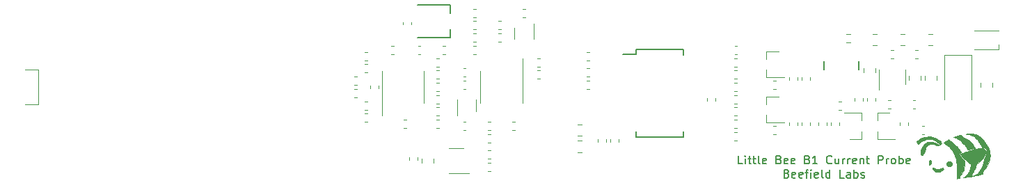
<source format=gto>
G04 #@! TF.GenerationSoftware,KiCad,Pcbnew,5.1.8-db9833491~87~ubuntu20.04.1*
G04 #@! TF.CreationDate,2020-12-10T20:16:12-08:00*
G04 #@! TF.ProjectId,current-sense,63757272-656e-4742-9d73-656e73652e6b,rev?*
G04 #@! TF.SameCoordinates,Original*
G04 #@! TF.FileFunction,Legend,Top*
G04 #@! TF.FilePolarity,Positive*
%FSLAX46Y46*%
G04 Gerber Fmt 4.6, Leading zero omitted, Abs format (unit mm)*
G04 Created by KiCad (PCBNEW 5.1.8-db9833491~87~ubuntu20.04.1) date 2020-12-10 20:16:12*
%MOMM*%
%LPD*%
G01*
G04 APERTURE LIST*
%ADD10C,0.200000*%
%ADD11C,0.120000*%
%ADD12C,0.150000*%
%ADD13C,0.010000*%
%ADD14C,0.100000*%
G04 APERTURE END LIST*
D10*
X57571428Y28147619D02*
X57095238Y28147619D01*
X57095238Y29147619D01*
X57904761Y28147619D02*
X57904761Y28814285D01*
X57904761Y29147619D02*
X57857142Y29100000D01*
X57904761Y29052380D01*
X57952380Y29100000D01*
X57904761Y29147619D01*
X57904761Y29052380D01*
X58238095Y28814285D02*
X58619047Y28814285D01*
X58380952Y29147619D02*
X58380952Y28290476D01*
X58428571Y28195238D01*
X58523809Y28147619D01*
X58619047Y28147619D01*
X58809523Y28814285D02*
X59190476Y28814285D01*
X58952380Y29147619D02*
X58952380Y28290476D01*
X58999999Y28195238D01*
X59095238Y28147619D01*
X59190476Y28147619D01*
X59666666Y28147619D02*
X59571428Y28195238D01*
X59523809Y28290476D01*
X59523809Y29147619D01*
X60428571Y28195238D02*
X60333333Y28147619D01*
X60142857Y28147619D01*
X60047619Y28195238D01*
X59999999Y28290476D01*
X59999999Y28671428D01*
X60047619Y28766666D01*
X60142857Y28814285D01*
X60333333Y28814285D01*
X60428571Y28766666D01*
X60476190Y28671428D01*
X60476190Y28576190D01*
X59999999Y28480952D01*
X61999999Y28671428D02*
X62142857Y28623809D01*
X62190476Y28576190D01*
X62238095Y28480952D01*
X62238095Y28338095D01*
X62190476Y28242857D01*
X62142857Y28195238D01*
X62047619Y28147619D01*
X61666666Y28147619D01*
X61666666Y29147619D01*
X61999999Y29147619D01*
X62095238Y29100000D01*
X62142857Y29052380D01*
X62190476Y28957142D01*
X62190476Y28861904D01*
X62142857Y28766666D01*
X62095238Y28719047D01*
X61999999Y28671428D01*
X61666666Y28671428D01*
X63047619Y28195238D02*
X62952380Y28147619D01*
X62761904Y28147619D01*
X62666666Y28195238D01*
X62619047Y28290476D01*
X62619047Y28671428D01*
X62666666Y28766666D01*
X62761904Y28814285D01*
X62952380Y28814285D01*
X63047619Y28766666D01*
X63095238Y28671428D01*
X63095238Y28576190D01*
X62619047Y28480952D01*
X63904761Y28195238D02*
X63809523Y28147619D01*
X63619047Y28147619D01*
X63523809Y28195238D01*
X63476190Y28290476D01*
X63476190Y28671428D01*
X63523809Y28766666D01*
X63619047Y28814285D01*
X63809523Y28814285D01*
X63904761Y28766666D01*
X63952380Y28671428D01*
X63952380Y28576190D01*
X63476190Y28480952D01*
X65476190Y28671428D02*
X65619047Y28623809D01*
X65666666Y28576190D01*
X65714285Y28480952D01*
X65714285Y28338095D01*
X65666666Y28242857D01*
X65619047Y28195238D01*
X65523809Y28147619D01*
X65142857Y28147619D01*
X65142857Y29147619D01*
X65476190Y29147619D01*
X65571428Y29100000D01*
X65619047Y29052380D01*
X65666666Y28957142D01*
X65666666Y28861904D01*
X65619047Y28766666D01*
X65571428Y28719047D01*
X65476190Y28671428D01*
X65142857Y28671428D01*
X66666666Y28147619D02*
X66095238Y28147619D01*
X66380952Y28147619D02*
X66380952Y29147619D01*
X66285714Y29004761D01*
X66190476Y28909523D01*
X66095238Y28861904D01*
X68428571Y28242857D02*
X68380952Y28195238D01*
X68238095Y28147619D01*
X68142857Y28147619D01*
X67999999Y28195238D01*
X67904761Y28290476D01*
X67857142Y28385714D01*
X67809523Y28576190D01*
X67809523Y28719047D01*
X67857142Y28909523D01*
X67904761Y29004761D01*
X67999999Y29100000D01*
X68142857Y29147619D01*
X68238095Y29147619D01*
X68380952Y29100000D01*
X68428571Y29052380D01*
X69285714Y28814285D02*
X69285714Y28147619D01*
X68857142Y28814285D02*
X68857142Y28290476D01*
X68904761Y28195238D01*
X68999999Y28147619D01*
X69142857Y28147619D01*
X69238095Y28195238D01*
X69285714Y28242857D01*
X69761904Y28147619D02*
X69761904Y28814285D01*
X69761904Y28623809D02*
X69809523Y28719047D01*
X69857142Y28766666D01*
X69952380Y28814285D01*
X70047619Y28814285D01*
X70380952Y28147619D02*
X70380952Y28814285D01*
X70380952Y28623809D02*
X70428571Y28719047D01*
X70476190Y28766666D01*
X70571428Y28814285D01*
X70666666Y28814285D01*
X71380952Y28195238D02*
X71285714Y28147619D01*
X71095238Y28147619D01*
X71000000Y28195238D01*
X70952380Y28290476D01*
X70952380Y28671428D01*
X71000000Y28766666D01*
X71095238Y28814285D01*
X71285714Y28814285D01*
X71380952Y28766666D01*
X71428571Y28671428D01*
X71428571Y28576190D01*
X70952380Y28480952D01*
X71857142Y28814285D02*
X71857142Y28147619D01*
X71857142Y28719047D02*
X71904761Y28766666D01*
X71999999Y28814285D01*
X72142857Y28814285D01*
X72238095Y28766666D01*
X72285714Y28671428D01*
X72285714Y28147619D01*
X72619047Y28814285D02*
X72999999Y28814285D01*
X72761904Y29147619D02*
X72761904Y28290476D01*
X72809523Y28195238D01*
X72904761Y28147619D01*
X72999999Y28147619D01*
X74095238Y28147619D02*
X74095238Y29147619D01*
X74476190Y29147619D01*
X74571428Y29100000D01*
X74619047Y29052380D01*
X74666666Y28957142D01*
X74666666Y28814285D01*
X74619047Y28719047D01*
X74571428Y28671428D01*
X74476190Y28623809D01*
X74095238Y28623809D01*
X75095238Y28147619D02*
X75095238Y28814285D01*
X75095238Y28623809D02*
X75142857Y28719047D01*
X75190476Y28766666D01*
X75285714Y28814285D01*
X75380952Y28814285D01*
X75857142Y28147619D02*
X75761904Y28195238D01*
X75714285Y28242857D01*
X75666666Y28338095D01*
X75666666Y28623809D01*
X75714285Y28719047D01*
X75761904Y28766666D01*
X75857142Y28814285D01*
X75999999Y28814285D01*
X76095238Y28766666D01*
X76142857Y28719047D01*
X76190476Y28623809D01*
X76190476Y28338095D01*
X76142857Y28242857D01*
X76095238Y28195238D01*
X75999999Y28147619D01*
X75857142Y28147619D01*
X76619047Y28147619D02*
X76619047Y29147619D01*
X76619047Y28766666D02*
X76714285Y28814285D01*
X76904761Y28814285D01*
X76999999Y28766666D01*
X77047619Y28719047D01*
X77095238Y28623809D01*
X77095238Y28338095D01*
X77047619Y28242857D01*
X76999999Y28195238D01*
X76904761Y28147619D01*
X76714285Y28147619D01*
X76619047Y28195238D01*
X77904761Y28195238D02*
X77809523Y28147619D01*
X77619047Y28147619D01*
X77523809Y28195238D01*
X77476190Y28290476D01*
X77476190Y28671428D01*
X77523809Y28766666D01*
X77619047Y28814285D01*
X77809523Y28814285D01*
X77904761Y28766666D01*
X77952380Y28671428D01*
X77952380Y28576190D01*
X77476190Y28480952D01*
X62952380Y26971428D02*
X63095238Y26923809D01*
X63142857Y26876190D01*
X63190476Y26780952D01*
X63190476Y26638095D01*
X63142857Y26542857D01*
X63095238Y26495238D01*
X63000000Y26447619D01*
X62619047Y26447619D01*
X62619047Y27447619D01*
X62952380Y27447619D01*
X63047619Y27400000D01*
X63095238Y27352380D01*
X63142857Y27257142D01*
X63142857Y27161904D01*
X63095238Y27066666D01*
X63047619Y27019047D01*
X62952380Y26971428D01*
X62619047Y26971428D01*
X64000000Y26495238D02*
X63904761Y26447619D01*
X63714285Y26447619D01*
X63619047Y26495238D01*
X63571428Y26590476D01*
X63571428Y26971428D01*
X63619047Y27066666D01*
X63714285Y27114285D01*
X63904761Y27114285D01*
X64000000Y27066666D01*
X64047619Y26971428D01*
X64047619Y26876190D01*
X63571428Y26780952D01*
X64857142Y26495238D02*
X64761904Y26447619D01*
X64571428Y26447619D01*
X64476190Y26495238D01*
X64428571Y26590476D01*
X64428571Y26971428D01*
X64476190Y27066666D01*
X64571428Y27114285D01*
X64761904Y27114285D01*
X64857142Y27066666D01*
X64904761Y26971428D01*
X64904761Y26876190D01*
X64428571Y26780952D01*
X65190476Y27114285D02*
X65571428Y27114285D01*
X65333333Y26447619D02*
X65333333Y27304761D01*
X65380952Y27400000D01*
X65476190Y27447619D01*
X65571428Y27447619D01*
X65904761Y26447619D02*
X65904761Y27114285D01*
X65904761Y27447619D02*
X65857142Y27400000D01*
X65904761Y27352380D01*
X65952380Y27400000D01*
X65904761Y27447619D01*
X65904761Y27352380D01*
X66761904Y26495238D02*
X66666666Y26447619D01*
X66476190Y26447619D01*
X66380952Y26495238D01*
X66333333Y26590476D01*
X66333333Y26971428D01*
X66380952Y27066666D01*
X66476190Y27114285D01*
X66666666Y27114285D01*
X66761904Y27066666D01*
X66809523Y26971428D01*
X66809523Y26876190D01*
X66333333Y26780952D01*
X67380952Y26447619D02*
X67285714Y26495238D01*
X67238095Y26590476D01*
X67238095Y27447619D01*
X68190476Y26447619D02*
X68190476Y27447619D01*
X68190476Y26495238D02*
X68095238Y26447619D01*
X67904761Y26447619D01*
X67809523Y26495238D01*
X67761904Y26542857D01*
X67714285Y26638095D01*
X67714285Y26923809D01*
X67761904Y27019047D01*
X67809523Y27066666D01*
X67904761Y27114285D01*
X68095238Y27114285D01*
X68190476Y27066666D01*
X69904761Y26447619D02*
X69428571Y26447619D01*
X69428571Y27447619D01*
X70666666Y26447619D02*
X70666666Y26971428D01*
X70619047Y27066666D01*
X70523809Y27114285D01*
X70333333Y27114285D01*
X70238095Y27066666D01*
X70666666Y26495238D02*
X70571428Y26447619D01*
X70333333Y26447619D01*
X70238095Y26495238D01*
X70190476Y26590476D01*
X70190476Y26685714D01*
X70238095Y26780952D01*
X70333333Y26828571D01*
X70571428Y26828571D01*
X70666666Y26876190D01*
X71142857Y26447619D02*
X71142857Y27447619D01*
X71142857Y27066666D02*
X71238095Y27114285D01*
X71428571Y27114285D01*
X71523809Y27066666D01*
X71571428Y27019047D01*
X71619047Y26923809D01*
X71619047Y26638095D01*
X71571428Y26542857D01*
X71523809Y26495238D01*
X71428571Y26447619D01*
X71238095Y26447619D01*
X71142857Y26495238D01*
X72000000Y26495238D02*
X72095238Y26447619D01*
X72285714Y26447619D01*
X72380952Y26495238D01*
X72428571Y26590476D01*
X72428571Y26638095D01*
X72380952Y26733333D01*
X72285714Y26780952D01*
X72142857Y26780952D01*
X72047619Y26828571D01*
X72000000Y26923809D01*
X72000000Y26971428D01*
X72047619Y27066666D01*
X72142857Y27114285D01*
X72285714Y27114285D01*
X72380952Y27066666D01*
D11*
X56890580Y42510000D02*
X56609420Y42510000D01*
X56890580Y41490000D02*
X56609420Y41490000D01*
X70687258Y42927500D02*
X70212742Y42927500D01*
X70687258Y43972500D02*
X70212742Y43972500D01*
X85400000Y41400000D02*
X85400000Y36000000D01*
X82100000Y41400000D02*
X82100000Y36000000D01*
X85400000Y41400000D02*
X82100000Y41400000D01*
D12*
X22000000Y44500000D02*
X22000000Y43500000D01*
X22000000Y43500000D02*
X18000000Y43500000D01*
X22000000Y46500000D02*
X22000000Y47500000D01*
X22000000Y47500000D02*
X18000000Y47500000D01*
D11*
X75287221Y34890000D02*
X75612779Y34890000D01*
X75287221Y35910000D02*
X75612779Y35910000D01*
X16240000Y45087221D02*
X16240000Y45412779D01*
X17260000Y45087221D02*
X17260000Y45412779D01*
X78612779Y35910000D02*
X78287221Y35910000D01*
X78612779Y34890000D02*
X78287221Y34890000D01*
X69287221Y34740000D02*
X69612779Y34740000D01*
X69287221Y35760000D02*
X69612779Y35760000D01*
X73391422Y42540000D02*
X73908578Y42540000D01*
X73391422Y43960000D02*
X73908578Y43960000D01*
X72290000Y39758578D02*
X72290000Y39241422D01*
X73710000Y39758578D02*
X73710000Y39241422D01*
X39990000Y31162779D02*
X39990000Y30837221D01*
X41010000Y31162779D02*
X41010000Y30837221D01*
X41490000Y31162779D02*
X41490000Y30837221D01*
X42510000Y31162779D02*
X42510000Y30837221D01*
D12*
X71700000Y40600000D02*
X71700000Y39600000D01*
X67500000Y40600000D02*
X67500000Y39600000D01*
D11*
X60490000Y36330000D02*
X60490000Y35400000D01*
X60490000Y33170000D02*
X60490000Y34100000D01*
X60490000Y33170000D02*
X62650000Y33170000D01*
X60490000Y36330000D02*
X61950000Y36330000D01*
X60490000Y41830000D02*
X60490000Y40900000D01*
X60490000Y38670000D02*
X60490000Y39600000D01*
X60490000Y38670000D02*
X62650000Y38670000D01*
X60490000Y41830000D02*
X61950000Y41830000D01*
X11912779Y34260000D02*
X11587221Y34260000D01*
X11912779Y33240000D02*
X11587221Y33240000D01*
X11587221Y40740000D02*
X11912779Y40740000D01*
X11587221Y41760000D02*
X11912779Y41760000D01*
X63240000Y32837221D02*
X63240000Y33162779D01*
X64260000Y32837221D02*
X64260000Y33162779D01*
X61337221Y32760000D02*
X61662779Y32760000D01*
X61337221Y31740000D02*
X61662779Y31740000D01*
X64260000Y38662779D02*
X64260000Y38337221D01*
X63240000Y38662779D02*
X63240000Y38337221D01*
X61337221Y38260000D02*
X61662779Y38260000D01*
X61337221Y37240000D02*
X61662779Y37240000D01*
X79387221Y32760000D02*
X79712779Y32760000D01*
X79387221Y31740000D02*
X79712779Y31740000D01*
X66840000Y32837221D02*
X66840000Y33162779D01*
X67860000Y32837221D02*
X67860000Y33162779D01*
X38912779Y37240000D02*
X38587221Y37240000D01*
X38912779Y38260000D02*
X38587221Y38260000D01*
X73990000Y34330000D02*
X75450000Y34330000D01*
X73990000Y31170000D02*
X76150000Y31170000D01*
X73990000Y31170000D02*
X73990000Y32100000D01*
X73990000Y34330000D02*
X73990000Y33400000D01*
X72060000Y31170000D02*
X70600000Y31170000D01*
X72060000Y34330000D02*
X69900000Y34330000D01*
X72060000Y34330000D02*
X72060000Y33400000D01*
X72060000Y31170000D02*
X72060000Y32100000D01*
X11587221Y34740000D02*
X11912779Y34740000D01*
X11587221Y35760000D02*
X11912779Y35760000D01*
X11587221Y39240000D02*
X11912779Y39240000D01*
X11587221Y40260000D02*
X11912779Y40260000D01*
X64740000Y32837221D02*
X64740000Y33162779D01*
X65760000Y32837221D02*
X65760000Y33162779D01*
X65760000Y38662779D02*
X65760000Y38337221D01*
X64740000Y38662779D02*
X64740000Y38337221D01*
X76740000Y33162779D02*
X76740000Y32837221D01*
X77760000Y33162779D02*
X77760000Y32837221D01*
X69360000Y32837221D02*
X69360000Y33162779D01*
X68340000Y32837221D02*
X68340000Y33162779D01*
X73710000Y35837221D02*
X73710000Y36162779D01*
X72690000Y35837221D02*
X72690000Y36162779D01*
X72210000Y35837221D02*
X72210000Y36162779D01*
X71190000Y35837221D02*
X71190000Y36162779D01*
X20337221Y35490000D02*
X20662779Y35490000D01*
X20337221Y36510000D02*
X20662779Y36510000D01*
D13*
G36*
X82705285Y31072135D02*
G01*
X82739613Y31031715D01*
X82805944Y30972817D01*
X82893572Y30904474D01*
X82960374Y30856864D01*
X83262729Y30632589D01*
X83520914Y30405261D01*
X83703443Y30211408D01*
X83768451Y30131594D01*
X83843097Y30034492D01*
X83921867Y29927973D01*
X83999243Y29819908D01*
X84069711Y29718168D01*
X84127754Y29630625D01*
X84167857Y29565148D01*
X84184503Y29529609D01*
X84183910Y29525794D01*
X84156741Y29512098D01*
X84096665Y29484405D01*
X84026239Y29452946D01*
X83879378Y29388157D01*
X84006265Y29200429D01*
X84076462Y29102708D01*
X84167907Y28984023D01*
X84267587Y28860921D01*
X84343625Y28771400D01*
X84554100Y28530100D01*
X84551840Y28161800D01*
X84541633Y27901189D01*
X84511742Y27671610D01*
X84458106Y27460175D01*
X84376661Y27253993D01*
X84263343Y27040176D01*
X84133470Y26834625D01*
X84063392Y26727251D01*
X84018637Y26650144D01*
X83994449Y26592632D01*
X83986075Y26544041D01*
X83987353Y26506608D01*
X83991064Y26459981D01*
X83985611Y26429102D01*
X83962181Y26409030D01*
X83911960Y26394822D01*
X83826134Y26381538D01*
X83745134Y26370801D01*
X83621969Y26354533D01*
X83636742Y26591417D01*
X83656436Y26962164D01*
X83666158Y27290759D01*
X83665655Y27584910D01*
X83654679Y27852324D01*
X83632979Y28100712D01*
X83600303Y28337780D01*
X83575425Y28477272D01*
X83526707Y28689600D01*
X83461623Y28915016D01*
X83386149Y29135353D01*
X83306264Y29332445D01*
X83266118Y29417427D01*
X83116857Y29674546D01*
X82929706Y29933660D01*
X82715458Y30182250D01*
X82484907Y30407796D01*
X82248844Y30597782D01*
X82247933Y30598432D01*
X82054651Y30736363D01*
X82156805Y30811488D01*
X82225984Y30859307D01*
X82322006Y30921775D01*
X82427857Y30987911D01*
X82465640Y31010832D01*
X82672320Y31135050D01*
X82705285Y31072135D01*
G37*
X82705285Y31072135D02*
X82739613Y31031715D01*
X82805944Y30972817D01*
X82893572Y30904474D01*
X82960374Y30856864D01*
X83262729Y30632589D01*
X83520914Y30405261D01*
X83703443Y30211408D01*
X83768451Y30131594D01*
X83843097Y30034492D01*
X83921867Y29927973D01*
X83999243Y29819908D01*
X84069711Y29718168D01*
X84127754Y29630625D01*
X84167857Y29565148D01*
X84184503Y29529609D01*
X84183910Y29525794D01*
X84156741Y29512098D01*
X84096665Y29484405D01*
X84026239Y29452946D01*
X83879378Y29388157D01*
X84006265Y29200429D01*
X84076462Y29102708D01*
X84167907Y28984023D01*
X84267587Y28860921D01*
X84343625Y28771400D01*
X84554100Y28530100D01*
X84551840Y28161800D01*
X84541633Y27901189D01*
X84511742Y27671610D01*
X84458106Y27460175D01*
X84376661Y27253993D01*
X84263343Y27040176D01*
X84133470Y26834625D01*
X84063392Y26727251D01*
X84018637Y26650144D01*
X83994449Y26592632D01*
X83986075Y26544041D01*
X83987353Y26506608D01*
X83991064Y26459981D01*
X83985611Y26429102D01*
X83962181Y26409030D01*
X83911960Y26394822D01*
X83826134Y26381538D01*
X83745134Y26370801D01*
X83621969Y26354533D01*
X83636742Y26591417D01*
X83656436Y26962164D01*
X83666158Y27290759D01*
X83665655Y27584910D01*
X83654679Y27852324D01*
X83632979Y28100712D01*
X83600303Y28337780D01*
X83575425Y28477272D01*
X83526707Y28689600D01*
X83461623Y28915016D01*
X83386149Y29135353D01*
X83306264Y29332445D01*
X83266118Y29417427D01*
X83116857Y29674546D01*
X82929706Y29933660D01*
X82715458Y30182250D01*
X82484907Y30407796D01*
X82248844Y30597782D01*
X82247933Y30598432D01*
X82054651Y30736363D01*
X82156805Y30811488D01*
X82225984Y30859307D01*
X82322006Y30921775D01*
X82427857Y30987911D01*
X82465640Y31010832D01*
X82672320Y31135050D01*
X82705285Y31072135D01*
G36*
X85415504Y31812853D02*
G01*
X85612355Y31799246D01*
X85792943Y31777753D01*
X85941575Y31749175D01*
X85963364Y31743440D01*
X86054583Y31716052D01*
X86118954Y31692635D01*
X86147526Y31676667D01*
X86145636Y31672579D01*
X86150911Y31657366D01*
X86193814Y31626446D01*
X86265919Y31585551D01*
X86296514Y31569934D01*
X86501214Y31443518D01*
X86702094Y31272967D01*
X86895116Y31064944D01*
X87076244Y30826114D01*
X87241440Y30563141D01*
X87386669Y30282688D01*
X87507893Y29991421D01*
X87601076Y29696002D01*
X87662181Y29403096D01*
X87676330Y29292100D01*
X87678129Y29134579D01*
X87656329Y28942648D01*
X87612609Y28725960D01*
X87548651Y28494169D01*
X87524252Y28418588D01*
X87433314Y28174531D01*
X87331874Y27962202D01*
X87209942Y27762528D01*
X87103710Y27615700D01*
X86983444Y27454448D01*
X86885283Y27314526D01*
X86812006Y27200259D01*
X86766390Y27115972D01*
X86751200Y27066925D01*
X86771346Y27017520D01*
X86795650Y26996449D01*
X86820270Y26977225D01*
X86806065Y26960408D01*
X86764596Y26942866D01*
X86620214Y26894604D01*
X86430373Y26841751D01*
X86200100Y26785363D01*
X85934422Y26726493D01*
X85638366Y26666195D01*
X85316958Y26605523D01*
X84975226Y26545531D01*
X84618196Y26487273D01*
X84516000Y26471389D01*
X84427100Y26457723D01*
X84516000Y26528141D01*
X84769609Y26758146D01*
X84979382Y27011010D01*
X85144143Y27284821D01*
X85262717Y27577663D01*
X85328218Y27851349D01*
X85359025Y28036197D01*
X85451862Y28016449D01*
X85520895Y28007392D01*
X85621857Y28000862D01*
X85735895Y27997967D01*
X85766950Y27997955D01*
X85866085Y27998131D01*
X85942436Y27997537D01*
X85984509Y27996296D01*
X85989200Y27995581D01*
X85978271Y27949775D01*
X85947641Y27866129D01*
X85900546Y27752127D01*
X85840223Y27615257D01*
X85769906Y27463005D01*
X85692832Y27302856D01*
X85668473Y27253581D01*
X85588897Y27091414D01*
X85531157Y26967856D01*
X85492845Y26876876D01*
X85471555Y26812441D01*
X85464879Y26768518D01*
X85467053Y26748821D01*
X85480818Y26709569D01*
X85505964Y26691892D01*
X85557378Y26690079D01*
X85608854Y26694403D01*
X85780663Y26734424D01*
X85959395Y26820298D01*
X86139202Y26948712D01*
X86268600Y27068247D01*
X86475199Y27314797D01*
X86646002Y27596752D01*
X86780521Y27912995D01*
X86878270Y28262412D01*
X86933152Y28593600D01*
X86951456Y28723447D01*
X86973849Y28820297D01*
X87005576Y28901938D01*
X87046094Y28976522D01*
X87099498Y29071265D01*
X87161219Y29188355D01*
X87218665Y29303843D01*
X87223271Y29313498D01*
X87270088Y29417042D01*
X87296722Y29493982D01*
X87307432Y29562248D01*
X87306475Y29639767D01*
X87305217Y29658529D01*
X87271727Y29817370D01*
X87197068Y29946967D01*
X87082403Y30046163D01*
X86928891Y30113803D01*
X86824053Y30137861D01*
X86775675Y30147199D01*
X86739455Y30161641D01*
X86708150Y30189491D01*
X86674519Y30239054D01*
X86631318Y30318632D01*
X86582034Y30415344D01*
X86394396Y30746280D01*
X86190625Y31029478D01*
X85970160Y31265553D01*
X85732441Y31455123D01*
X85527100Y31574885D01*
X85307256Y31668843D01*
X85087200Y31734766D01*
X84882094Y31768361D01*
X84833500Y31771257D01*
X84783999Y31773949D01*
X84775195Y31778413D01*
X84810387Y31786410D01*
X84884300Y31798378D01*
X85035783Y31813218D01*
X85218082Y31817777D01*
X85415504Y31812853D01*
G37*
X85415504Y31812853D02*
X85612355Y31799246D01*
X85792943Y31777753D01*
X85941575Y31749175D01*
X85963364Y31743440D01*
X86054583Y31716052D01*
X86118954Y31692635D01*
X86147526Y31676667D01*
X86145636Y31672579D01*
X86150911Y31657366D01*
X86193814Y31626446D01*
X86265919Y31585551D01*
X86296514Y31569934D01*
X86501214Y31443518D01*
X86702094Y31272967D01*
X86895116Y31064944D01*
X87076244Y30826114D01*
X87241440Y30563141D01*
X87386669Y30282688D01*
X87507893Y29991421D01*
X87601076Y29696002D01*
X87662181Y29403096D01*
X87676330Y29292100D01*
X87678129Y29134579D01*
X87656329Y28942648D01*
X87612609Y28725960D01*
X87548651Y28494169D01*
X87524252Y28418588D01*
X87433314Y28174531D01*
X87331874Y27962202D01*
X87209942Y27762528D01*
X87103710Y27615700D01*
X86983444Y27454448D01*
X86885283Y27314526D01*
X86812006Y27200259D01*
X86766390Y27115972D01*
X86751200Y27066925D01*
X86771346Y27017520D01*
X86795650Y26996449D01*
X86820270Y26977225D01*
X86806065Y26960408D01*
X86764596Y26942866D01*
X86620214Y26894604D01*
X86430373Y26841751D01*
X86200100Y26785363D01*
X85934422Y26726493D01*
X85638366Y26666195D01*
X85316958Y26605523D01*
X84975226Y26545531D01*
X84618196Y26487273D01*
X84516000Y26471389D01*
X84427100Y26457723D01*
X84516000Y26528141D01*
X84769609Y26758146D01*
X84979382Y27011010D01*
X85144143Y27284821D01*
X85262717Y27577663D01*
X85328218Y27851349D01*
X85359025Y28036197D01*
X85451862Y28016449D01*
X85520895Y28007392D01*
X85621857Y28000862D01*
X85735895Y27997967D01*
X85766950Y27997955D01*
X85866085Y27998131D01*
X85942436Y27997537D01*
X85984509Y27996296D01*
X85989200Y27995581D01*
X85978271Y27949775D01*
X85947641Y27866129D01*
X85900546Y27752127D01*
X85840223Y27615257D01*
X85769906Y27463005D01*
X85692832Y27302856D01*
X85668473Y27253581D01*
X85588897Y27091414D01*
X85531157Y26967856D01*
X85492845Y26876876D01*
X85471555Y26812441D01*
X85464879Y26768518D01*
X85467053Y26748821D01*
X85480818Y26709569D01*
X85505964Y26691892D01*
X85557378Y26690079D01*
X85608854Y26694403D01*
X85780663Y26734424D01*
X85959395Y26820298D01*
X86139202Y26948712D01*
X86268600Y27068247D01*
X86475199Y27314797D01*
X86646002Y27596752D01*
X86780521Y27912995D01*
X86878270Y28262412D01*
X86933152Y28593600D01*
X86951456Y28723447D01*
X86973849Y28820297D01*
X87005576Y28901938D01*
X87046094Y28976522D01*
X87099498Y29071265D01*
X87161219Y29188355D01*
X87218665Y29303843D01*
X87223271Y29313498D01*
X87270088Y29417042D01*
X87296722Y29493982D01*
X87307432Y29562248D01*
X87306475Y29639767D01*
X87305217Y29658529D01*
X87271727Y29817370D01*
X87197068Y29946967D01*
X87082403Y30046163D01*
X86928891Y30113803D01*
X86824053Y30137861D01*
X86775675Y30147199D01*
X86739455Y30161641D01*
X86708150Y30189491D01*
X86674519Y30239054D01*
X86631318Y30318632D01*
X86582034Y30415344D01*
X86394396Y30746280D01*
X86190625Y31029478D01*
X85970160Y31265553D01*
X85732441Y31455123D01*
X85527100Y31574885D01*
X85307256Y31668843D01*
X85087200Y31734766D01*
X84882094Y31768361D01*
X84833500Y31771257D01*
X84783999Y31773949D01*
X84775195Y31778413D01*
X84810387Y31786410D01*
X84884300Y31798378D01*
X85035783Y31813218D01*
X85218082Y31817777D01*
X85415504Y31812853D01*
G36*
X80815296Y27675009D02*
G01*
X80921669Y27616910D01*
X81110892Y27530342D01*
X81307788Y27491224D01*
X81505334Y27499760D01*
X81696508Y27556157D01*
X81769649Y27592177D01*
X81870696Y27639706D01*
X81939879Y27649997D01*
X81981455Y27621531D01*
X81999681Y27552790D01*
X82001400Y27509514D01*
X81977508Y27436600D01*
X81911570Y27364610D01*
X81812188Y27298369D01*
X81687964Y27242703D01*
X81547502Y27202436D01*
X81420783Y27183843D01*
X81301238Y27184426D01*
X81173602Y27200176D01*
X81131706Y27209275D01*
X80968990Y27261831D01*
X80834053Y27328386D01*
X80732909Y27404593D01*
X80671572Y27486107D01*
X80655200Y27553587D01*
X80662774Y27640754D01*
X80688740Y27689277D01*
X80737960Y27700310D01*
X80815296Y27675009D01*
G37*
X80815296Y27675009D02*
X80921669Y27616910D01*
X81110892Y27530342D01*
X81307788Y27491224D01*
X81505334Y27499760D01*
X81696508Y27556157D01*
X81769649Y27592177D01*
X81870696Y27639706D01*
X81939879Y27649997D01*
X81981455Y27621531D01*
X81999681Y27552790D01*
X82001400Y27509514D01*
X81977508Y27436600D01*
X81911570Y27364610D01*
X81812188Y27298369D01*
X81687964Y27242703D01*
X81547502Y27202436D01*
X81420783Y27183843D01*
X81301238Y27184426D01*
X81173602Y27200176D01*
X81131706Y27209275D01*
X80968990Y27261831D01*
X80834053Y27328386D01*
X80732909Y27404593D01*
X80671572Y27486107D01*
X80655200Y27553587D01*
X80662774Y27640754D01*
X80688740Y27689277D01*
X80737960Y27700310D01*
X80815296Y27675009D01*
G36*
X82810202Y28473070D02*
G01*
X82921731Y28416440D01*
X83012860Y28315514D01*
X83018517Y28306470D01*
X83060424Y28196591D01*
X83058089Y28088708D01*
X83017793Y27990127D01*
X82945815Y27908154D01*
X82848435Y27850095D01*
X82731934Y27823256D01*
X82611404Y27832839D01*
X82532427Y27867892D01*
X82453015Y27930000D01*
X82439954Y27943535D01*
X82373924Y28048010D01*
X82353920Y28159362D01*
X82377808Y28268297D01*
X82443458Y28365522D01*
X82548738Y28441740D01*
X82554931Y28444798D01*
X82685519Y28483244D01*
X82810202Y28473070D01*
G37*
X82810202Y28473070D02*
X82921731Y28416440D01*
X83012860Y28315514D01*
X83018517Y28306470D01*
X83060424Y28196591D01*
X83058089Y28088708D01*
X83017793Y27990127D01*
X82945815Y27908154D01*
X82848435Y27850095D01*
X82731934Y27823256D01*
X82611404Y27832839D01*
X82532427Y27867892D01*
X82453015Y27930000D01*
X82439954Y27943535D01*
X82373924Y28048010D01*
X82353920Y28159362D01*
X82377808Y28268297D01*
X82443458Y28365522D01*
X82548738Y28441740D01*
X82554931Y28444798D01*
X82685519Y28483244D01*
X82810202Y28473070D01*
G36*
X80419125Y28587794D02*
G01*
X80431201Y28576492D01*
X80504110Y28475396D01*
X80533559Y28361311D01*
X80519638Y28245946D01*
X80462437Y28141005D01*
X80427547Y28104650D01*
X80349575Y28048599D01*
X80291681Y28037668D01*
X80260459Y28061885D01*
X80248365Y28110227D01*
X80243928Y28191934D01*
X80246570Y28290240D01*
X80255716Y28388382D01*
X80270788Y28469596D01*
X80274970Y28483923D01*
X80307788Y28573586D01*
X80337822Y28617863D01*
X80372468Y28621138D01*
X80419125Y28587794D01*
G37*
X80419125Y28587794D02*
X80431201Y28576492D01*
X80504110Y28475396D01*
X80533559Y28361311D01*
X80519638Y28245946D01*
X80462437Y28141005D01*
X80427547Y28104650D01*
X80349575Y28048599D01*
X80291681Y28037668D01*
X80260459Y28061885D01*
X80248365Y28110227D01*
X80243928Y28191934D01*
X80246570Y28290240D01*
X80255716Y28388382D01*
X80270788Y28469596D01*
X80274970Y28483923D01*
X80307788Y28573586D01*
X80337822Y28617863D01*
X80372468Y28621138D01*
X80419125Y28587794D01*
G36*
X86670389Y30026629D02*
G01*
X86767217Y30022770D01*
X86838287Y30013667D01*
X86896104Y29997633D01*
X86953170Y29972985D01*
X86959792Y29969748D01*
X87079132Y29887188D01*
X87154845Y29779012D01*
X87186255Y29646240D01*
X87187063Y29626532D01*
X87172479Y29531549D01*
X87128848Y29406969D01*
X87061015Y29261036D01*
X86973825Y29101994D01*
X86872124Y28938088D01*
X86760756Y28777561D01*
X86644566Y28628658D01*
X86528400Y28499624D01*
X86519529Y28490682D01*
X86328318Y28325375D01*
X86133662Y28209426D01*
X85932629Y28141394D01*
X85766175Y28120535D01*
X85655286Y28120196D01*
X85549943Y28126303D01*
X85472224Y28137545D01*
X85469815Y28138129D01*
X85295851Y28199364D01*
X85105775Y28297566D01*
X84909343Y28425978D01*
X84716307Y28577844D01*
X84536422Y28746408D01*
X84439946Y28851493D01*
X84330204Y28981387D01*
X84235292Y29098996D01*
X84159758Y29198293D01*
X84108150Y29273249D01*
X84085016Y29317837D01*
X84084200Y29322976D01*
X84107339Y29344536D01*
X84172466Y29379052D01*
X84273144Y29424124D01*
X84402936Y29477355D01*
X84555406Y29536346D01*
X84724118Y29598698D01*
X84902634Y29662014D01*
X85084519Y29723893D01*
X85263335Y29781939D01*
X85432646Y29833752D01*
X85529572Y29861569D01*
X85762217Y29923342D01*
X85960256Y29968599D01*
X86136359Y29999422D01*
X86303193Y30017895D01*
X86473425Y30026099D01*
X86535300Y30026926D01*
X86670389Y30026629D01*
G37*
X86670389Y30026629D02*
X86767217Y30022770D01*
X86838287Y30013667D01*
X86896104Y29997633D01*
X86953170Y29972985D01*
X86959792Y29969748D01*
X87079132Y29887188D01*
X87154845Y29779012D01*
X87186255Y29646240D01*
X87187063Y29626532D01*
X87172479Y29531549D01*
X87128848Y29406969D01*
X87061015Y29261036D01*
X86973825Y29101994D01*
X86872124Y28938088D01*
X86760756Y28777561D01*
X86644566Y28628658D01*
X86528400Y28499624D01*
X86519529Y28490682D01*
X86328318Y28325375D01*
X86133662Y28209426D01*
X85932629Y28141394D01*
X85766175Y28120535D01*
X85655286Y28120196D01*
X85549943Y28126303D01*
X85472224Y28137545D01*
X85469815Y28138129D01*
X85295851Y28199364D01*
X85105775Y28297566D01*
X84909343Y28425978D01*
X84716307Y28577844D01*
X84536422Y28746408D01*
X84439946Y28851493D01*
X84330204Y28981387D01*
X84235292Y29098996D01*
X84159758Y29198293D01*
X84108150Y29273249D01*
X84085016Y29317837D01*
X84084200Y29322976D01*
X84107339Y29344536D01*
X84172466Y29379052D01*
X84273144Y29424124D01*
X84402936Y29477355D01*
X84555406Y29536346D01*
X84724118Y29598698D01*
X84902634Y29662014D01*
X85084519Y29723893D01*
X85263335Y29781939D01*
X85432646Y29833752D01*
X85529572Y29861569D01*
X85762217Y29923342D01*
X85960256Y29968599D01*
X86136359Y29999422D01*
X86303193Y30017895D01*
X86473425Y30026099D01*
X86535300Y30026926D01*
X86670389Y30026629D01*
G36*
X80705543Y30809935D02*
G01*
X80917414Y30748165D01*
X81153107Y30651789D01*
X81175900Y30641340D01*
X81305039Y30581204D01*
X81394466Y30537627D01*
X81450781Y30506299D01*
X81480586Y30482906D01*
X81490483Y30463139D01*
X81487073Y30442685D01*
X81485711Y30439002D01*
X81443857Y30395302D01*
X81369148Y30378940D01*
X81272278Y30391092D01*
X81215965Y30409354D01*
X81021855Y30477864D01*
X80850973Y30519915D01*
X80685277Y30538664D01*
X80506721Y30537273D01*
X80490645Y30536343D01*
X80330788Y30521799D01*
X80211710Y30498265D01*
X80123694Y30462291D01*
X80057021Y30410430D01*
X80023440Y30370551D01*
X79939383Y30253016D01*
X79884238Y30165463D01*
X79853483Y30099623D01*
X79842599Y30047228D01*
X79842400Y30039355D01*
X79834195Y29982029D01*
X79817000Y29952500D01*
X79800281Y29918969D01*
X79791751Y29856544D01*
X79791475Y29843051D01*
X79778894Y29768510D01*
X79745238Y29672689D01*
X79696405Y29565964D01*
X79638290Y29458714D01*
X79576788Y29361312D01*
X79517795Y29284135D01*
X79467207Y29237561D01*
X79442350Y29228601D01*
X79412844Y29212556D01*
X79410600Y29203200D01*
X79395632Y29177688D01*
X79358772Y29185049D01*
X79312081Y29220373D01*
X79282697Y29255268D01*
X79254502Y29301249D01*
X79239663Y29349402D01*
X79235857Y29415222D01*
X79240762Y29514205D01*
X79241772Y29528318D01*
X79257083Y29703695D01*
X79274866Y29847740D01*
X79294225Y29955055D01*
X79314261Y30020238D01*
X79326319Y30036932D01*
X79350347Y30066878D01*
X79388339Y30129605D01*
X79432422Y30212031D01*
X79436034Y30219200D01*
X79551210Y30415286D01*
X79684406Y30582406D01*
X79740916Y30628553D01*
X79828588Y30682678D01*
X79930637Y30735967D01*
X80030279Y30779609D01*
X80106087Y30803816D01*
X80310556Y30836139D01*
X80506816Y30838719D01*
X80705543Y30809935D01*
G37*
X80705543Y30809935D02*
X80917414Y30748165D01*
X81153107Y30651789D01*
X81175900Y30641340D01*
X81305039Y30581204D01*
X81394466Y30537627D01*
X81450781Y30506299D01*
X81480586Y30482906D01*
X81490483Y30463139D01*
X81487073Y30442685D01*
X81485711Y30439002D01*
X81443857Y30395302D01*
X81369148Y30378940D01*
X81272278Y30391092D01*
X81215965Y30409354D01*
X81021855Y30477864D01*
X80850973Y30519915D01*
X80685277Y30538664D01*
X80506721Y30537273D01*
X80490645Y30536343D01*
X80330788Y30521799D01*
X80211710Y30498265D01*
X80123694Y30462291D01*
X80057021Y30410430D01*
X80023440Y30370551D01*
X79939383Y30253016D01*
X79884238Y30165463D01*
X79853483Y30099623D01*
X79842599Y30047228D01*
X79842400Y30039355D01*
X79834195Y29982029D01*
X79817000Y29952500D01*
X79800281Y29918969D01*
X79791751Y29856544D01*
X79791475Y29843051D01*
X79778894Y29768510D01*
X79745238Y29672689D01*
X79696405Y29565964D01*
X79638290Y29458714D01*
X79576788Y29361312D01*
X79517795Y29284135D01*
X79467207Y29237561D01*
X79442350Y29228601D01*
X79412844Y29212556D01*
X79410600Y29203200D01*
X79395632Y29177688D01*
X79358772Y29185049D01*
X79312081Y29220373D01*
X79282697Y29255268D01*
X79254502Y29301249D01*
X79239663Y29349402D01*
X79235857Y29415222D01*
X79240762Y29514205D01*
X79241772Y29528318D01*
X79257083Y29703695D01*
X79274866Y29847740D01*
X79294225Y29955055D01*
X79314261Y30020238D01*
X79326319Y30036932D01*
X79350347Y30066878D01*
X79388339Y30129605D01*
X79432422Y30212031D01*
X79436034Y30219200D01*
X79551210Y30415286D01*
X79684406Y30582406D01*
X79740916Y30628553D01*
X79828588Y30682678D01*
X79930637Y30735967D01*
X80030279Y30779609D01*
X80106087Y30803816D01*
X80310556Y30836139D01*
X80506816Y30838719D01*
X80705543Y30809935D01*
G36*
X84199043Y31674145D02*
G01*
X84187901Y31645527D01*
X84177857Y31596369D01*
X84202981Y31545634D01*
X84266804Y31490153D01*
X84372856Y31426759D01*
X84504111Y31361822D01*
X84704416Y31263449D01*
X84869486Y31170050D01*
X85012913Y31072576D01*
X85148289Y30961978D01*
X85257727Y30860109D01*
X85487893Y30603887D01*
X85678776Y30322669D01*
X85744656Y30201113D01*
X85811279Y30068726D01*
X85703389Y30040620D01*
X85635539Y30022074D01*
X85533541Y29993140D01*
X85411922Y29957978D01*
X85300781Y29925357D01*
X85186160Y29891718D01*
X85090435Y29864109D01*
X85023448Y29845337D01*
X84995043Y29838205D01*
X84994908Y29838200D01*
X84977744Y29858479D01*
X84942400Y29912171D01*
X84895859Y29988556D01*
X84885699Y30005825D01*
X84733526Y30241017D01*
X84558366Y30468991D01*
X84366612Y30683864D01*
X84164659Y30879756D01*
X83958902Y31050784D01*
X83755735Y31191069D01*
X83561553Y31294727D01*
X83431667Y31343153D01*
X83344989Y31369797D01*
X83282294Y31391269D01*
X83254872Y31403644D01*
X83254633Y31404700D01*
X83287678Y31421172D01*
X83360026Y31448261D01*
X83462026Y31483008D01*
X83584029Y31522456D01*
X83716382Y31563646D01*
X83849437Y31603622D01*
X83973544Y31639425D01*
X84079051Y31668096D01*
X84156308Y31686678D01*
X84193043Y31692336D01*
X84199043Y31674145D01*
G37*
X84199043Y31674145D02*
X84187901Y31645527D01*
X84177857Y31596369D01*
X84202981Y31545634D01*
X84266804Y31490153D01*
X84372856Y31426759D01*
X84504111Y31361822D01*
X84704416Y31263449D01*
X84869486Y31170050D01*
X85012913Y31072576D01*
X85148289Y30961978D01*
X85257727Y30860109D01*
X85487893Y30603887D01*
X85678776Y30322669D01*
X85744656Y30201113D01*
X85811279Y30068726D01*
X85703389Y30040620D01*
X85635539Y30022074D01*
X85533541Y29993140D01*
X85411922Y29957978D01*
X85300781Y29925357D01*
X85186160Y29891718D01*
X85090435Y29864109D01*
X85023448Y29845337D01*
X84995043Y29838205D01*
X84994908Y29838200D01*
X84977744Y29858479D01*
X84942400Y29912171D01*
X84895859Y29988556D01*
X84885699Y30005825D01*
X84733526Y30241017D01*
X84558366Y30468991D01*
X84366612Y30683864D01*
X84164659Y30879756D01*
X83958902Y31050784D01*
X83755735Y31191069D01*
X83561553Y31294727D01*
X83431667Y31343153D01*
X83344989Y31369797D01*
X83282294Y31391269D01*
X83254872Y31403644D01*
X83254633Y31404700D01*
X83287678Y31421172D01*
X83360026Y31448261D01*
X83462026Y31483008D01*
X83584029Y31522456D01*
X83716382Y31563646D01*
X83849437Y31603622D01*
X83973544Y31639425D01*
X84079051Y31668096D01*
X84156308Y31686678D01*
X84193043Y31692336D01*
X84199043Y31674145D01*
G36*
X80452000Y31451037D02*
G01*
X80590180Y31437875D01*
X80697782Y31419045D01*
X80795019Y31389869D01*
X80896500Y31348178D01*
X80956536Y31321487D01*
X81045442Y31282063D01*
X81145619Y31237709D01*
X81161917Y31230499D01*
X81387161Y31104840D01*
X81579214Y30941140D01*
X81680839Y30822231D01*
X81743456Y30729305D01*
X81767787Y30659870D01*
X81754448Y30604750D01*
X81704056Y30554765D01*
X81699028Y30551130D01*
X81618459Y30506182D01*
X81558031Y30505451D01*
X81509803Y30550824D01*
X81482727Y30602519D01*
X81426564Y30691045D01*
X81363539Y30732004D01*
X81311981Y30756542D01*
X81290203Y30779944D01*
X81290200Y30780167D01*
X81270776Y30806129D01*
X81221238Y30847273D01*
X81184800Y30872932D01*
X81105565Y30925439D01*
X81053160Y30958857D01*
X81012184Y30982329D01*
X80967235Y31004998D01*
X80940950Y31017690D01*
X80859138Y31058041D01*
X80783305Y31096810D01*
X80707910Y31124822D01*
X80617267Y31143851D01*
X80599155Y31145862D01*
X80518241Y31153114D01*
X80409854Y31162954D01*
X80297103Y31173282D01*
X80294366Y31173535D01*
X80201251Y31180378D01*
X80125418Y31179598D01*
X80050648Y31168848D01*
X79960721Y31145776D01*
X79839417Y31108035D01*
X79837166Y31107310D01*
X79718737Y31066289D01*
X79609179Y31023282D01*
X79523476Y30984425D01*
X79487253Y30964028D01*
X79425535Y30926987D01*
X79379255Y30906459D01*
X79370911Y30905000D01*
X79339776Y30888831D01*
X79283576Y30846193D01*
X79213802Y30785890D01*
X79205358Y30778157D01*
X79134144Y30716259D01*
X79074428Y30671046D01*
X79038030Y30651380D01*
X79035950Y30651157D01*
X79007822Y30630539D01*
X79004200Y30612900D01*
X78984035Y30583847D01*
X78935474Y30574905D01*
X78876418Y30585273D01*
X78824766Y30614149D01*
X78817636Y30621251D01*
X78786695Y30686657D01*
X78775600Y30785128D01*
X78780849Y30862271D01*
X78803500Y30919061D01*
X78853910Y30978348D01*
X78870668Y30994884D01*
X79014757Y31107511D01*
X79199237Y31209179D01*
X79414355Y31297078D01*
X79650358Y31368392D01*
X79897494Y31420309D01*
X80146010Y31450016D01*
X80386154Y31454699D01*
X80452000Y31451037D01*
G37*
X80452000Y31451037D02*
X80590180Y31437875D01*
X80697782Y31419045D01*
X80795019Y31389869D01*
X80896500Y31348178D01*
X80956536Y31321487D01*
X81045442Y31282063D01*
X81145619Y31237709D01*
X81161917Y31230499D01*
X81387161Y31104840D01*
X81579214Y30941140D01*
X81680839Y30822231D01*
X81743456Y30729305D01*
X81767787Y30659870D01*
X81754448Y30604750D01*
X81704056Y30554765D01*
X81699028Y30551130D01*
X81618459Y30506182D01*
X81558031Y30505451D01*
X81509803Y30550824D01*
X81482727Y30602519D01*
X81426564Y30691045D01*
X81363539Y30732004D01*
X81311981Y30756542D01*
X81290203Y30779944D01*
X81290200Y30780167D01*
X81270776Y30806129D01*
X81221238Y30847273D01*
X81184800Y30872932D01*
X81105565Y30925439D01*
X81053160Y30958857D01*
X81012184Y30982329D01*
X80967235Y31004998D01*
X80940950Y31017690D01*
X80859138Y31058041D01*
X80783305Y31096810D01*
X80707910Y31124822D01*
X80617267Y31143851D01*
X80599155Y31145862D01*
X80518241Y31153114D01*
X80409854Y31162954D01*
X80297103Y31173282D01*
X80294366Y31173535D01*
X80201251Y31180378D01*
X80125418Y31179598D01*
X80050648Y31168848D01*
X79960721Y31145776D01*
X79839417Y31108035D01*
X79837166Y31107310D01*
X79718737Y31066289D01*
X79609179Y31023282D01*
X79523476Y30984425D01*
X79487253Y30964028D01*
X79425535Y30926987D01*
X79379255Y30906459D01*
X79370911Y30905000D01*
X79339776Y30888831D01*
X79283576Y30846193D01*
X79213802Y30785890D01*
X79205358Y30778157D01*
X79134144Y30716259D01*
X79074428Y30671046D01*
X79038030Y30651380D01*
X79035950Y30651157D01*
X79007822Y30630539D01*
X79004200Y30612900D01*
X78984035Y30583847D01*
X78935474Y30574905D01*
X78876418Y30585273D01*
X78824766Y30614149D01*
X78817636Y30621251D01*
X78786695Y30686657D01*
X78775600Y30785128D01*
X78780849Y30862271D01*
X78803500Y30919061D01*
X78853910Y30978348D01*
X78870668Y30994884D01*
X79014757Y31107511D01*
X79199237Y31209179D01*
X79414355Y31297078D01*
X79650358Y31368392D01*
X79897494Y31420309D01*
X80146010Y31450016D01*
X80386154Y31454699D01*
X80452000Y31451037D01*
D11*
X88700000Y42700000D02*
X88700000Y42100000D01*
X88700000Y42100000D02*
X85800000Y42100000D01*
X88700000Y44400000D02*
X85800000Y44400000D01*
X54260000Y36162779D02*
X54260000Y35837221D01*
X53240000Y36162779D02*
X53240000Y35837221D01*
X56587221Y41010000D02*
X56912779Y41010000D01*
X56587221Y39990000D02*
X56912779Y39990000D01*
X86540000Y38008578D02*
X86540000Y37491422D01*
X87960000Y38008578D02*
X87960000Y37491422D01*
X74140000Y39650000D02*
X74140000Y37200000D01*
X77360000Y37850000D02*
X77360000Y39650000D01*
X29840000Y44700000D02*
X29840000Y43300000D01*
X32160000Y43300000D02*
X32160000Y45200000D01*
X30810000Y37500000D02*
X30810000Y40950000D01*
X30810000Y37500000D02*
X30810000Y35550000D01*
X25690000Y37500000D02*
X25690000Y39450000D01*
X25690000Y37500000D02*
X25690000Y35550000D01*
D12*
X44625000Y42075000D02*
X44625000Y41500000D01*
X50375000Y42075000D02*
X50375000Y41425000D01*
X50375000Y31425000D02*
X50375000Y32075000D01*
X44625000Y31425000D02*
X44625000Y32075000D01*
X44625000Y42075000D02*
X50375000Y42075000D01*
X44625000Y31425000D02*
X50375000Y31425000D01*
X44625000Y41500000D02*
X43025000Y41500000D01*
D11*
X22840000Y35950000D02*
X22840000Y34050000D01*
X25160000Y34550000D02*
X25160000Y35950000D01*
X18810000Y37500000D02*
X18810000Y39450000D01*
X18810000Y37500000D02*
X18810000Y35550000D01*
X13690000Y37500000D02*
X13690000Y39450000D01*
X13690000Y37500000D02*
X13690000Y34050000D01*
D14*
X-28100000Y39650000D02*
X-29750000Y39650000D01*
X-28100000Y39650000D02*
X-28100000Y35350000D01*
X-28100000Y35350000D02*
X-29750000Y35350000D01*
D11*
X56912779Y32010000D02*
X56587221Y32010000D01*
X56912779Y30990000D02*
X56587221Y30990000D01*
X56912779Y35010000D02*
X56587221Y35010000D01*
X56912779Y33990000D02*
X56587221Y33990000D01*
X26912779Y31760000D02*
X26587221Y31760000D01*
X26912779Y30740000D02*
X26587221Y30740000D01*
X56912779Y33510000D02*
X56587221Y33510000D01*
X56912779Y32490000D02*
X56587221Y32490000D01*
X56912779Y38010000D02*
X56587221Y38010000D01*
X56912779Y36990000D02*
X56587221Y36990000D01*
X56912779Y36510000D02*
X56587221Y36510000D01*
X56912779Y35490000D02*
X56587221Y35490000D01*
X75912779Y42010000D02*
X75587221Y42010000D01*
X75912779Y40990000D02*
X75587221Y40990000D01*
X78912779Y42010000D02*
X78587221Y42010000D01*
X78912779Y40990000D02*
X78587221Y40990000D01*
X32912779Y39510000D02*
X32587221Y39510000D01*
X32912779Y38490000D02*
X32587221Y38490000D01*
X32587221Y39990000D02*
X32912779Y39990000D01*
X32587221Y41010000D02*
X32912779Y41010000D01*
X28162779Y45510000D02*
X27837221Y45510000D01*
X28162779Y44490000D02*
X27837221Y44490000D01*
X28162779Y44010000D02*
X27837221Y44010000D01*
X28162779Y42990000D02*
X27837221Y42990000D01*
X25162779Y44010000D02*
X24837221Y44010000D01*
X25162779Y42990000D02*
X24837221Y42990000D01*
X56587221Y38490000D02*
X56912779Y38490000D01*
X56587221Y39510000D02*
X56912779Y39510000D01*
X25162779Y45510000D02*
X24837221Y45510000D01*
X25162779Y44490000D02*
X24837221Y44490000D01*
X20662779Y38490000D02*
X20337221Y38490000D01*
X20662779Y39510000D02*
X20337221Y39510000D01*
X38587221Y38740000D02*
X38912779Y38740000D01*
X38587221Y39760000D02*
X38912779Y39760000D01*
X38587221Y40740000D02*
X38912779Y40740000D01*
X38587221Y41760000D02*
X38912779Y41760000D01*
X20337221Y41010000D02*
X20662779Y41010000D01*
X20337221Y39990000D02*
X20662779Y39990000D01*
X18087221Y42510000D02*
X18412779Y42510000D01*
X18087221Y41490000D02*
X18412779Y41490000D01*
X21087221Y42510000D02*
X21412779Y42510000D01*
X21087221Y41490000D02*
X21412779Y41490000D01*
X10662779Y37740000D02*
X10337221Y37740000D01*
X10662779Y38760000D02*
X10337221Y38760000D01*
X10662779Y36240000D02*
X10337221Y36240000D01*
X10662779Y37260000D02*
X10337221Y37260000D01*
X26912779Y29760000D02*
X26587221Y29760000D01*
X26912779Y28740000D02*
X26587221Y28740000D01*
X20662779Y36990000D02*
X20337221Y36990000D01*
X20662779Y38010000D02*
X20337221Y38010000D01*
X20337221Y35010000D02*
X20662779Y35010000D01*
X20337221Y33990000D02*
X20662779Y33990000D01*
X26587221Y27240000D02*
X26912779Y27240000D01*
X26587221Y28260000D02*
X26912779Y28260000D01*
X21870000Y26990000D02*
X24300000Y26990000D01*
X23630000Y30060000D02*
X21870000Y30060000D01*
X80191422Y43960000D02*
X80708578Y43960000D01*
X80191422Y42540000D02*
X80708578Y42540000D01*
X77308578Y42540000D02*
X76791422Y42540000D01*
X77308578Y43960000D02*
X76791422Y43960000D01*
X77790000Y38858578D02*
X77790000Y38341422D01*
X79210000Y38858578D02*
X79210000Y38341422D01*
X79740000Y38858578D02*
X79740000Y38341422D01*
X81160000Y38858578D02*
X81160000Y38341422D01*
X23587221Y33260000D02*
X23912779Y33260000D01*
X23587221Y32240000D02*
X23912779Y32240000D01*
X24837221Y41490000D02*
X25162779Y41490000D01*
X24837221Y42510000D02*
X25162779Y42510000D01*
X29912779Y32240000D02*
X29587221Y32240000D01*
X29912779Y33260000D02*
X29587221Y33260000D01*
X37491422Y32960000D02*
X38008578Y32960000D01*
X37491422Y31540000D02*
X38008578Y31540000D01*
X38008578Y29540000D02*
X37491422Y29540000D01*
X38008578Y30960000D02*
X37491422Y30960000D01*
X31162779Y47010000D02*
X30837221Y47010000D01*
X31162779Y45990000D02*
X30837221Y45990000D01*
X16662779Y32490000D02*
X16337221Y32490000D01*
X16662779Y33510000D02*
X16337221Y33510000D01*
X15162779Y41490000D02*
X14837221Y41490000D01*
X15162779Y42510000D02*
X14837221Y42510000D01*
X26912779Y32240000D02*
X26587221Y32240000D01*
X26912779Y33260000D02*
X26587221Y33260000D01*
X24837221Y45990000D02*
X25162779Y45990000D01*
X24837221Y47010000D02*
X25162779Y47010000D01*
X23587221Y39760000D02*
X23912779Y39760000D01*
X23587221Y38740000D02*
X23912779Y38740000D01*
X23587221Y38260000D02*
X23912779Y38260000D01*
X23587221Y37240000D02*
X23912779Y37240000D01*
X12240000Y37337221D02*
X12240000Y37662779D01*
X13260000Y37337221D02*
X13260000Y37662779D01*
X18010000Y28587221D02*
X18010000Y28912779D01*
X16990000Y28587221D02*
X16990000Y28912779D01*
X20337221Y33510000D02*
X20662779Y33510000D01*
X20337221Y32490000D02*
X20662779Y32490000D01*
X19960000Y28241422D02*
X19960000Y28758578D01*
X18540000Y28241422D02*
X18540000Y28758578D01*
M02*

</source>
